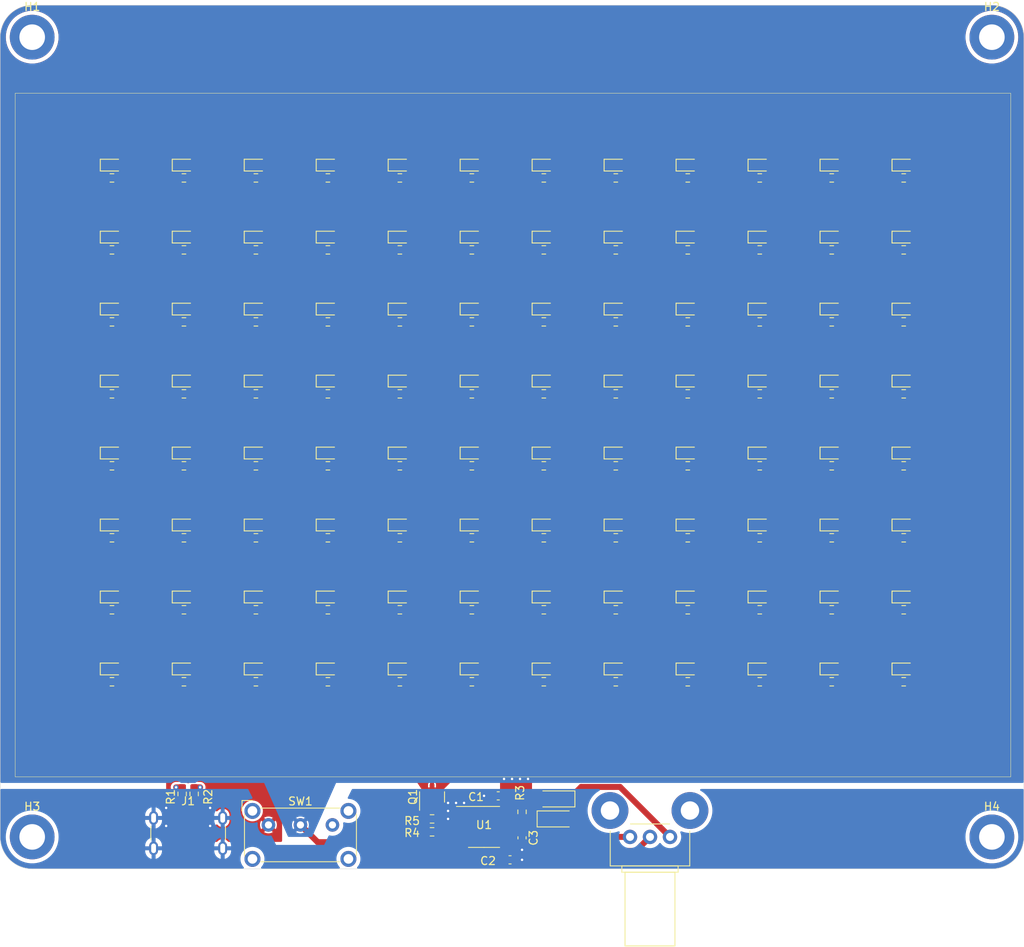
<source format=kicad_pcb>
(kicad_pcb (version 20221018) (generator pcbnew)
  (layers (0 "F.Cu" signal) (31 "B.Cu" signal) (34 "B.Paste" user) (35 "F.Paste" user) (36 "B.SilkS" user "B.Silkscreen") (37 "F.SilkS" user "F.Silkscreen") (38 "B.Mask" user) (39 "F.Mask" user) (44 "Edge.Cuts" user))
  (net 0 "")
  (net 1 "Net-(U1-THR)")
  (net 2 "GND")
  (net 3 "VCC")
  (net 4 "Net-(U1-CV)")
  (net 5 "Net-(D1-K)")
  (net 6 "Net-(D1-A)")
  (net 7 "Net-(D2-A)")
  (net 8 "NMOS_DRAIN")
  (net 9 "Net-(D3-A)")
  (net 10 "Net-(U1-Q)")
  (net 11 "Net-(J1-CC1)")
  (net 12 "Net-(J1-CC2)")
  (net 13 "Net-(Q1-G)")
  (net 14 "Net-(SW1-A)")
  (footprint "Resistor_SMD:R_0603_1608Metric" (layer "F.Cu") (at 117.475 59.6)
    (fp_text reference "R18" hide)
    (fp_text value "91" hide)
  )
  (footprint "LED_SMD:LED_0603_1608Metric" (layer "F.Cu") (at 153.5 76)
    (fp_text reference "D43" hide)
    (fp_text value "LED" hide)
  )
  (footprint "Resistor_SMD:R_0603_1608Metric" (layer "F.Cu") (at 168.75 129.865 -90)
    (fp_text reference "R3")
    (fp_text value "1K" hide)
  )
  (footprint "LED_SMD:LED_0603_1608Metric" (layer "F.Cu") (at 135.5 103)
    (fp_text reference "D77" hide)
    (fp_text value "LED" hide)
  )
  (footprint "LED_SMD:LED_0603_1608Metric" (layer "F.Cu") (at 126.5 103)
    (fp_text reference "D76" hide)
    (fp_text value "LED" hide)
  )
  (footprint "Resistor_SMD:R_0603_1608Metric" (layer "F.Cu") (at 189.475 59.6)
    (fp_text reference "R26" hide)
    (fp_text value "91" hide)
  )
  (footprint "Resistor_SMD:R_0603_1608Metric" (layer "F.Cu") (at 162.475 86.6)
    (fp_text reference "R59" hide)
    (fp_text value "91" hide)
  )
  (footprint "Resistor_SMD:R_0603_1608Metric" (layer "F.Cu") (at 117.475 50.6)
    (fp_text reference "R6" hide)
    (fp_text value "91" hide)
  )
  (footprint "LED_SMD:LED_0603_1608Metric" (layer "F.Cu") (at 207.5 85)
    (fp_text reference "D61" hide)
    (fp_text value "LED" hide)
  )
  (footprint "Resistor_SMD:R_0603_1608Metric" (layer "F.Cu") (at 117.475 113.6)
    (fp_text reference "R90" hide)
    (fp_text value "91" hide)
  )
  (footprint "Resistor_SMD:R_0603_1608Metric" (layer "F.Cu") (at 153.475 95.6)
    (fp_text reference "R70" hide)
    (fp_text value "91" hide)
  )
  (footprint "LED_SMD:LED_0603_1608Metric" (layer "F.Cu") (at 189.5 58)
    (fp_text reference "D23" hide)
    (fp_text value "LED" hide)
  )
  (footprint "Resistor_SMD:R_0603_1608Metric" (layer "F.Cu") (at 198.475 86.6)
    (fp_text reference "R63" hide)
    (fp_text value "91" hide)
  )
  (footprint "Capacitor_SMD:C_0603_1608Metric" (layer "F.Cu") (at 167.25 135.865)
    (fp_text reference "C2")
    (fp_text value "0.01uF" hide)
  )
  (footprint "Resistor_SMD:R_0603_1608Metric" (layer "F.Cu") (at 157.5 130.75)
    (fp_text reference "R5")
    (fp_text value "10K" hide)
  )
  (footprint "Resistor_SMD:R_0603_1608Metric" (layer "F.Cu") (at 162.475 50.6)
    (fp_text reference "R11" hide)
    (fp_text value "91" hide)
  )
  (footprint "LED_SMD:LED_0603_1608Metric" (layer "F.Cu") (at 180.5 94)
    (fp_text reference "D70" hide)
    (fp_text value "LED" hide)
  )
  (footprint "Resistor_SMD:R_0603_1608Metric" (layer "F.Cu") (at 126.475 104.6)
    (fp_text reference "R79" hide)
    (fp_text value "91" hide)
  )
  (footprint "Resistor_SMD:R_0603_1608Metric" (layer "F.Cu") (at 135.475 104.6)
    (fp_text reference "R80" hide)
    (fp_text value "91" hide)
  )
  (footprint "Resistor_SMD:R_0603_1608Metric" (layer "F.Cu") (at 144.475 68.6)
    (fp_text reference "R33" hide)
    (fp_text value "91" hide)
  )
  (footprint "LED_SMD:LED_0603_1608Metric" (layer "F.Cu") (at 135.5 58)
    (fp_text reference "D17" hide)
    (fp_text value "LED" hide)
  )
  (footprint "LED_SMD:LED_0603_1608Metric" (layer "F.Cu") (at 171.5 103)
    (fp_text reference "D81" hide)
    (fp_text value "LED" hide)
  )
  (footprint "LED_SMD:LED_0603_1608Metric" (layer "F.Cu") (at 144.5 49)
    (fp_text reference "D6" hide)
    (fp_text value "LED" hide)
  )
  (footprint "Capacitor_SMD:C_0603_1608Metric" (layer "F.Cu") (at 165.775 127.865 180)
    (fp_text reference "C1")
    (fp_text value "0.1uF" hide)
  )
  (footprint "Diode_SMD:D_SOD-123" (layer "F.Cu") (at 173 130.75)
    (fp_text reference "D2" hide)
    (fp_text value "1N4148W" hide)
  )
  (footprint "LED_SMD:LED_0603_1608Metric" (layer "F.Cu") (at 162.5 94)
    (fp_text reference "D68" hide)
    (fp_text value "LED" hide)
  )
  (footprint "Resistor_SMD:R_0603_1608Metric" (layer "F.Cu") (at 126.475 59.6)
    (fp_text reference "R19" hide)
    (fp_text value "91" hide)
  )
  (footprint "Connector_USB:USB_C_Receptacle_GCT_USB4125-xx-x_6P_TopMnt_Horizontal" (layer "F.Cu") (at 127 133.625)
    (fp_text reference "J1")
    (fp_text value "USB_C_Receptacle_PowerOnly_6P" hide)
  )
  (footprint "LED_SMD:LED_0603_1608Metric" (layer "F.Cu") (at 135.5 85)
    (fp_text reference "D53" hide)
    (fp_text value "LED" hide)
  )
  (footprint "Resistor_SMD:R_0603_1608Metric" (layer "F.Cu") (at 153.475 68.6)
    (fp_text reference "R34" hide)
    (fp_text value "91" hide)
  )
  (footprint "Resistor_SMD:R_0603_1608Metric" (layer "F.Cu") (at 117.475 77.6)
    (fp_text reference "R42" hide)
    (fp_text value "91" hide)
  )
  (footprint "Resistor_SMD:R_0603_1608Metric" (layer "F.Cu") (at 126.25 127.625 90)
    (fp_text reference "R1")
    (fp_text value "5.1K" hide)
  )
  (footprint "Package_TO_SOT_SMD:SOT-23" (layer "F.Cu") (at 157.5 128 90)
    (fp_text reference "Q1")
    (fp_text value "DMG3414U" hide)
  )
  (footprint "Resistor_SMD:R_0603_1608Metric" (layer "F.Cu") (at 135.475 77.6)
    (fp_text reference "R44" hide)
    (fp_text value "91" hide)
  )
  (footprint "LED_SMD:LED_0603_1608Metric" (layer "F.Cu") (at 117.5 67)
    (fp_text reference "D27" hide)
    (fp_text value "LED" hide)
  )
  (footprint "Resistor_SMD:R_0603_1608Metric" (layer "F.Cu") (at 207.475 77.6)
    (fp_text reference "R52" hide)
    (fp_text value "91" hide)
  )
  (footprint "Resistor_SMD:R_0603_1608Metric" (layer "F.Cu") (at 135.475 68.6)
    (fp_text reference "R32" hide)
    (fp_text value "91" hide)
  )
  (footprint "Resistor_SMD:R_0603_1608Metric" (layer "F.Cu") (at 189.475 77.6)
    (fp_text reference "R50" hide)
    (fp_text value "91" hide)
  )
  (footprint "LED_SMD:LED_0603_1608Metric" (layer "F.Cu") (at 126.5 94)
    (fp_text reference "D64" hide)
    (fp_text value "LED" hide)
  )
  (footprint "LED_SMD:LED_0603_1608Metric" (layer "F.Cu") (at 144.5 103)
    (fp_text reference "D78" hide)
    (fp_text value "LED" hide)
  )
  (footprint "LED_SMD:LED_0603_1608Metric" (layer "F.Cu") (at 180.5 67)
    (fp_text reference "D34" hide)
    (fp_text value "LED" hide)
  )
  (footprint "Resistor_SMD:R_0603_1608Metric" (layer "F.Cu") (at 162.475 77.6)
    (fp_text reference "R47" hide)
    (fp_text value "91" hide)
  )
  (footprint "LED_SMD:LED_0603_1608Metric" (layer "F.Cu") (at 171.5 49)
    (fp_text reference "D9" hide)
    (fp_text value "LED" hide)
  )
  (footprint "Resistor_SMD:R_0603_1608Metric" (layer "F.Cu") (at 117.475 68.6)
    (fp_text reference "R30" hide)
    (fp_text value "91" hide)
  )
  (footprint "LED_SMD:LED_0603_1608Metric" (layer "F.Cu") (at 117.5 103)
    (fp_text reference "D75" hide)
    (fp_text value "LED" hide)
  )
  (footprint "LED_SMD:LED_0603_1608Metric" (layer "F.Cu") (at 171.5 94)
    (fp_text reference "D69" hide)
    (fp_text value "LED" hide)
  )
  (footprint "MountingHole:MountingHole_3.2mm_M3_DIN965_Pad" (layer "F.Cu") (at 107.5 33)
    (fp_text reference "H1")
    (fp_text value "MountingHole" hide)
  )
  (footprint "Resistor_SMD:R_0603_1608Metric" (layer "F.Cu") (at 207.475 68.6)
    (fp_text reference "R40" hide)
    (fp_text value "91" hide)
  )
  (footprint "Resistor_SMD:R_0603_1608Metric" (layer "F.Cu") (at 153.475 113.6)
    (fp_text reference "R94" hide)
    (fp_text value "91" hide)
  )
  (footprint "Resistor_SMD:R_0603_1608Metric" (layer "F.Cu") (at 180.475 113.6)
    (fp_text reference "R97" hide)
    (fp_text value "91" hide)
  )
  (footprint "Resistor_SMD:R_0603_1608Metric" (layer "F.Cu") (at 189.475 68.6)
    (fp_text reference "R38" hide)
    (fp_text value "91" hide)
  )
  (footprint "LED_SMD:LED_0603_1608Metric" (layer "F.Cu") (at 153.5 94)
    (fp_text reference "D67" hide)
    (fp_text value "LED" hide)
  )
  (footprint "Resistor_SMD:R_0603_1608Metric" (layer "F.Cu") (at 207.475 50.6)
    (fp_text reference "R16" hide)
    (fp_text value "91" hide)
  )
  (footprint "Resistor_SMD:R_0603_1608Metric" (layer "F.Cu") (at 216.475 104.6)
    (fp_text reference "R89" hide)
    (fp_text value "91" hide)
  )
  (footprint "LED_SMD:LED_0603_1608Metric" (layer "F.Cu") (at 153.5 67)
    (fp_text reference "D31" hide)
    (fp_text value "LED" hide)
  )
  (footprint "LED_SMD:LED_0603_1608Metric" (layer "F.Cu") (at 126.5 67)
    (fp_text reference "D28" hide)
    (fp_text value "LED" hide)
  )
  (footprint "Resistor_SMD:R_0603_1608Metric" (layer "F.Cu") (at 180.475 86.6)
    (fp_text reference "R61" hide)
    (fp_text value "91" hide)
  )
  (footprint "Resistor_SMD:R_0603_1608Metric" (layer "F.Cu") (at 117.475 95.6)
    (fp_text reference "R66" hide)
    (fp_text value "91" hide)
  )
  (footprint "Button_Switch_THT:SW_E-Switch_EG1224_SPDT_Angled" (layer "F.Cu") (at 137.0425 131.5)
    (fp_text reference "SW1")
    (fp_text value "SW_SPDT" hide)
  )
  (footprint "LED_SMD:LED_0603_1608Metric" (layer "F.Cu") (at 180.5 103)
    (fp_text reference "D82" hide)
    (fp_text value "LED" hide)
  )
  (footprint "LED_SMD:LED_0603_1608Metric" (layer "F.Cu") (at 144.5 85)
    (fp_text reference "D54" hide)
    (fp_text value "LED" hide)
  )
  (footprint "LED_SMD:LED_0603_1608Metric" (layer "F.Cu") (at 162.5 76)
    (fp_text reference "D44" hide)
    (fp_text value "LED" hide)
  )
  (footprint "MountingHole:MountingHole_3.2mm_M3_DIN965_Pad" (layer "F.Cu") (at 227.5 33)
    (fp_text reference "H2")
    (fp_text value "MountingHole" hide)
  )
  (footprint "LED_SMD:LED_0603_1608Metric" (layer "F.Cu") (at 144.5 94)
    (fp_text reference "D66" hide)
    (fp_text value "LED" hide)
  )
  (footprint "Resistor_SMD:R_0603_1608Metric" (layer "F.Cu") (at 157.5 132.365 180)
    (fp_text reference "R4")
    (fp_text value "1K" hide)
  )
  (footprint "Resistor_SMD:R_0603_1608Metric" (layer "F.Cu") (at 144.475 104.6)
    (fp_text reference "R81" hide)
    (fp_text value "91" hide)
  )
  (footprint "Resistor_SMD:R_0603_1608Metric" (layer "F.Cu") (at 189.475 50.6)
    (fp_text reference "R14" hide)
    (fp_text value "91" hide)
  )
  (footprint "LED_SMD:LED_0603_1608Metric" (layer "F.Cu") (at 126.5 49)
    (fp_text reference "D4" hide)
    (fp_text value "LED" hide)
  )
  (footprint "Resistor_SMD:R_0603_1608Metric" (layer "F.Cu") (at 144.475 113.6)
    (fp_text reference "R93" hide)
    (fp_text value "91" hide)
  )
  (footprint "Resistor_SMD:R_0603_1608Metric" (layer "F.Cu") (at 117.475 104.6)
    (fp_text reference "R78" hide)
    (fp_text value "91" hide)
  )
  (footprint "LED_SMD:LED_0603_1608Metric" (layer "F.Cu") (at 216.5 112)
    (fp_text reference "D98" hide)
    (fp_text value "LED" hide)
  )
  (footprint "LED_SMD:LED_0603_1608Metric" (layer "F.Cu") (at 198.5 58)
    (fp_text reference "D24" hide)
    (fp_text value "LED" hide)
  )
  (footprint "Diode_SMD:D_SOD-123" (layer "F.Cu") (at 173 128.25 180)
    (fp_text reference "D1" hide)
    (fp_text value "1N4148W" hide)
  )
  (footprint "Resistor_SMD:R_0603_1608Metric" (layer "F.Cu") (at 207.475 113.6)
    (fp_text reference "R100" hide)
    (fp_text value "91" hide)
  )
  (footprint "LED_SMD:LED_0603_1608Metric" (layer "F.Cu") (at 207.5 103)
    (fp_text reference "D85" hide)
    (fp_text value "LED" hide)
  )
  (footprint "LED_SMD:LED_0603_1608Metric" (layer "F.Cu") (at 162.5 58)
    (fp_text reference "D20" hide)
    (fp_text value "LED" hide)
  )
  (footprint "LED_SMD:LED_0603_1608Metric" (layer "F.Cu") (at 180.5 58)
    (fp_text reference "D22" hide)
    (fp_text value "LED" hide)
  )
  (footprint "Resistor_SMD:R_0603_1608Metric" (layer "F.Cu") (at 162.475 113.6)
    (fp_text reference "R95" hide)
    (fp_text value "91" hide)
  )
  (footprint "LED_SMD:LED_0603_1608Metric" (layer "F.Cu") (at 189.5 76)
    (fp_text reference "D47" hide)
    (fp_text value "LED" hide)
  )
  (footprint "Resistor_SMD:R_0603_1608Metric" (layer "F.Cu") (at 198.475 59.6)
    (fp_text reference "R27" hide)
    (fp_text value "91" hide)
  )
  (footprint "Resistor_SMD:R_0603_1608Metric" (layer "F.Cu") (at 126.475 95.6)
    (fp_text reference "R67" hide)
    (fp_text value "91" hide)
  )
  (footprint "LED_SMD:LED_0603_1608Metric" (layer "F.Cu") (at 216.5 85)
    (fp_text reference "D62" hide)
    (fp_text value "LED" hide)
  )
  (footprint "LED_SMD:LED_0603_1608Metric" (layer "F.Cu") (at 153.5 103)
    (fp_text reference "D79" hide)
    (fp_text value "LED" hide)
  )
  (footprint "Resistor_SMD:R_0603_1608Metric" (layer "F.Cu") (at 162.475 95.6)
    (fp_text reference "R71" hide)
    (fp_text value "91" hide)
  )
  (footprint "Resistor_SMD:R_0603_1608Metric" (layer "F.Cu") (at 171.475 86.6)
    (fp_text reference "R60" hide)
    (fp_text value "91" hide)
  )
  (footprint "Resistor_SMD:R_0603_1608Metric" (layer "F.Cu") (at 216.475 95.6)
    (fp_text reference "R77" hide)
    (fp_text value "91" hide)
  )
  (footprint "LED_SMD:LED_0603_1608Metric" (layer "F.Cu") (at 207.5 76)
    (fp_text reference "D49" hide)
    (fp_text value "LED" hide)
  )
  (footprint "LED_SMD:LED_0603_1608Metric" (layer "F.Cu") (at 117.5 49)
    (fp_text reference "D3" hide)
    (fp_text value "LED" hide)
  )
  (footprint "Potentiometer_THT:Potentiometer_Bourns_PTV09A-2_Single_Horizontal" (layer "F.Cu") (at 182.25 133 -90)
    (fp_text reference "RV1" hide)
    (fp_text value "50K" hide)
  )
  (footprint "Resistor_SMD:R_0603_1608Metric" (layer "F.Cu") (at 216.475 59.6)
    (fp_text reference "R29" hide)
    (fp_text value "91" hide)
  )
  (footprint "LED_SMD:LED_0603_1608Metric" (layer "F.Cu") (at 144.5 112)
    (fp_text reference "D90" hide)
    (fp_text value "LED" hide)
  )
  (footprint "Resistor_SMD:R_0603_1608Metric" (layer "F.Cu") (at 153.475 86.6)
    (fp_text reference "R58" hide)
    (fp_text value "91" hide)
  )
  (footprint "LED_SMD:LED_0603_1608Metric" (layer "F.Cu") (at 171.5 85)
    (fp_text reference "D57" hide)
    (fp_text value "LED" hide)
  )
  (footprint "Resistor_SMD:R_0603_1608Metric" (layer "F.Cu") (at 171.475 50.6)
    (fp_text reference "R12" hide)
    (fp_text value "91" hide)
  )
  (footprint "Resistor_SMD:R_0603_1608Metric" (layer "F.Cu") (at 153.475 77.6)
    (fp_text reference "R46" hide)
    (fp_text value "91" hide)
  )
  (footprint "Resistor_SMD:R_0603_1608Metric" (layer "F.Cu") (at 127.75 127.625 90)
    (fp_text reference "R2")
    (fp_text value "5.1K" hide)
  )
  (footprint "Resistor_SMD:R_0603_1608Metric" (layer "F.Cu") (at 126.475 86.6)
    (fp_text reference "R55" hide)
    (fp_text value "91" hide)
  )
  (footprint "Resistor_SMD:R_0603_1608Metric" (layer "F.Cu") (at 216.475 86.6)
    (fp_text reference "R65" hide)
    (fp_text value "91" hide)
  )
  (footprint "LED_SMD:LED_0603_1608Metric" (layer "F.Cu") (at 198.5 94)
    (fp_text reference "D72" hide)
    (fp_text value "LED" hide)
  )
  (footprint "LED_SMD:LED_0603_1608Metric" (layer "F.Cu") (at 180.5 85)
    (fp_text reference "D58" hide)
    (fp_text value "LED" hide)
  )
  (footprint "LED_SMD:LED_0603_1608Metric" (layer "F.Cu") (at 162.5 103)
    (fp_text reference "D80" hide)
    (fp_text value "LED" hide)
  )
  (footprint "Resistor_SMD:R_0603_1608Metric" (layer "F.Cu") (at 171.475 95.6)
    (fp_text reference "R72" hide)
    (fp_text value "91" hide)
  )
  (footprint "LED_SMD:LED_0603_1608Metric" (layer "F.Cu") (at 216.5 58)
    (fp_text reference "D26" hide)
    (fp_text value "LED" hide)
  )
  (footprint "Resistor_SMD:R_0603_1608Metric" (layer "F.Cu") (at 216.475 77.6)
    (fp_text reference "R53" hide)
    (fp_text value "91" hide)
  )
  (footprint "LED_SMD:LED_0603_1608Metric" (layer "F.Cu") (at 135.5 112)
    (fp_text reference "D89" hide)
    (fp_text value "LED" hide)
  )
  (footprint "Resistor_SMD:R_0603_1608Metric" (layer "F.Cu") (at 198.475 77.6)
    (fp_text reference "R51" hide)
    (fp_text value "91" hide)
  )
  (footprint "LED_SMD:LED_0603_1608Metric" (layer "F.Cu") (at 126.5 85)
    (fp_text reference "D52" hide)
    (fp_text value "LED" hide)
  )
  (footprint "Resistor_SMD:R_0603_1608Metric" (layer "F.Cu") (at 180.475 104.6)
    (fp_text reference "R85" hide)
    (fp_text value "91" hide)
  )
  (footprint "Resistor_SMD:R_0603_1608Metric" (layer "F.Cu") (at 126.475 77.6)
    (fp_text reference "R43" hide)
    (fp_text value "91" hide)
  )
  (footprint "Resistor_SMD:R_0603_1608Metric" (layer "F.Cu") (at 189.475 86.6)
    (fp_text reference "R62" hide)
    (fp_text value "91" hide)
  )
  (footprint "LED_SMD:LED_0603_1608Metric" (layer "F.Cu") (at 144.5 67)
    (fp_text reference "D30" hide)
    (fp_text value "LED" hide)
  )
  (footprint "Resistor_SMD:R_0603_1608Metric" (layer "F.Cu") (at 171.475 77.6)
    (fp_text reference "R48" hide)
    (fp_text value "91" hide)
  )
  (footprint "Resistor_SMD:R_0603_1608Metric" (layer "F.Cu") (at 171.475 104.6)
    (fp_text reference "R84" hide)
    (fp_text value "91" hide)
  )
  (footprint "Resistor_SMD:R_0603_1608Metric" (layer "F.Cu") (at 144.475 50.6)
    (fp_text reference "R9" hide)
    (fp_text value "91" hide)
  )
  (footprint "LED_SMD:LED_0603_1608Metric" (layer "F.Cu") (at 207.5 94)
    (fp_text reference "D73" hide)
    (fp_text value "LED" hide)
  )
  (footprint "Resistor_SMD:R_0603_1608Metric" (layer "F.Cu") (at 135.475 50.6)
    (fp_text reference "R8" hide)
    (fp_text value "91" hide)
  )
  (footprint "LED_SMD:LED_0603_1608Metric" (layer "F.Cu") (at 162.5 67)
    (fp_text reference "D32" hide)
    (fp_text value "LED" hide)
  )
  (footprint "Resistor_SMD:R_0603_1608Metric" (layer "F.Cu") (at 207.475 86.6)
    (fp_text reference "R64" hide)
    (fp_text value "91" hide)
  )
  (footprint "LED_SMD:LED_0603_1608Metric" (layer "F.Cu") (at 189.5 112)
    (fp_text reference "D95" hide)
    (fp_text value "LED" hide)
  )
  (footprint "LED_SMD:LED_0603_1608Metric" (layer "F.Cu") (at 153.5 58)
    (fp_text reference "D19" hide)
    (fp_text value "LED" hide)
  )
  (footprint "LED_SMD:LED_0603_1608Metric" (layer "F.Cu") (at 153.5 85)
    (fp_text reference "D55" hide)
    (fp_text value "LED" hide)
  )
  (footprint "LED_SMD:LED_0603_1608Metric" (layer "F.Cu") (at 162.5 49)
    (fp_text reference "D8" hide)
    (fp_text value "LED" hide)
  )
  (footprint "Resistor_SMD:R_0603_1608Metric" (layer "F.Cu") (at 180.475 50.6)
    (fp_text reference "R13" hide)
    (fp_text value "91" hide)
  )
  (footprint "MountingHole:MountingHole_3.2mm_M3_DIN965_Pad" (layer "F.Cu") (at 227.5 133)
    (fp_text reference "H4")
    (fp_text value "MountingHole" hide)
  )
  (footprint "LED_SMD:LED_0603_1608Metric" (layer "F.Cu") (at 189.5 103)
    (fp_text reference "D83" hide)
    (fp_text value "LED" hide)
  )
  (footprint "Resistor_SMD:R_0603_1608Metric" (layer "F.Cu") (at 189.475 95.6)
    (fp_text reference "R74" hide)
    (fp_text value "91" hide)
  )
  (footprint "Resistor_SMD:R_0603_1608Metric" (layer "F.Cu") (at 162.475 68.6)
    (fp_text reference "R35" hide)
    (fp_text value "91" hide)
  )
  (footprint "LED_SMD:LED_0603_1608Metric" (layer "F.Cu") (at 189.5 49)
    (fp_text reference "D11" hide)
    (fp_text value "LED" hide)
  )
  (footprint "Resistor_SMD:R_0603_1608Metric" (layer "F.Cu") (at 198.475 113.6)
    (fp_text reference "R99" hide)
    (fp_text value "91" hide)
  )
  (footprint "LED_SMD:LED_0603_1608Metric" (layer "F.Cu") (at 117.5 58)
    (fp_text reference "D15" hide)
    (fp_text value "LED" hide)
  )
  (footprint "LED_SMD:LED_0603_1608Metric" (layer "F.Cu") (at 135.5 67)
    (fp_text reference "D29" hide)
    (fp_text value "LED" hide)
  )
  (footprint "LED_SMD:LED_0603_1608Metric" (layer "F.Cu") (at 216.5 94)
    (fp_text reference "D74" hide)
    (fp_text value "LED" hide)
  )
  (footprint "LED_SMD:LED_0603_1608Metric" (layer "F.Cu") (at 117.5 85)
    (fp_text reference "D51" hide)
    (fp_text value "LED" hide)
  )
  (footprint "LED_SMD:LED_0603_1608Metric" (layer "F.Cu") (at 216.5 67)
    (fp_text reference "D38" hide)
    (fp_text value "LED" hide)
  )
  (footprint "Resistor_SMD:R_0603_1608Metric" (layer "F.Cu") (at 153.475 59.6)
    (fp_text reference "R22" hide)
    (fp_text value "91" hide)
  )
  (footprint "Resistor_SMD:R_0603_1608Metric" (layer "F.Cu") (at 144.475 95.6)
    (fp_text reference "R69" hide)
    (fp_text value "91" hide)
  )
  (footprint "LED_SMD:LED_0603_1608Metric" (layer "F.Cu") (at 171.5 76)
    (fp_text reference "D45" hide)
    (fp_text value "LED" hide)
  )
  (footprint "LED_SMD:LED_0603_1608Metric" (layer "F.Cu") (at 189.5 67)
    (fp_text reference "D35" hide)
    (fp_text value "LED" hide)
  )
  (footprint "LED_SMD:LED_0603_1608Metric" (layer "F.Cu") (at 198.5 49)
    (fp_text reference "D12" hide)
    (fp_text value "LED" hide)
  )
  (footprint "Resistor_SMD:R_0603_1608Metric" (layer "F.Cu") (at 153.475 50.6)
    (fp_text reference "R10" hide)
    (fp_text value "91" hide)
  )
  (footprint "LED_SMD:LED_0603_1608Metric" (layer "F.Cu") (at 126.5 76)
    (fp_text reference "D40" hide)
    (fp_text value "LED" hide)
  )
  (footprint "Resistor_SMD:R_0603_1608Metric" (layer "F.Cu") (at 144.475 59.6)
    (fp_text reference "R21" hide)
    (fp_text value "91" hide)
  )
  (footprint "LED_SMD:LED_0603_1608Metric" (layer "F.Cu") (at 180.5 49)
    (fp_text reference "D10" hide)
    (fp_text value "LED" hide)
  )
  (footprint "Resistor_SMD:R_0603_1608Metric" (layer "F.Cu") (at 216.475 113.6)
    (fp_text reference "R101" hide)
    (fp_text value "91" hide)
  )
  (footprint "LED_SMD:LED_0603_1608Metric" (layer "F.Cu") (at 207.5 49)
    (fp_text reference "D13" hide)
    (fp_text value "LED" hide)
  )
  (footprint "Resistor_SMD:R_0603_1608Metric" (layer "F.Cu") (at 171.475 68.6)
    (fp_text reference "R36" hide)
    (fp_text value "91" hide)
  )
  (footprint "Resistor_SMD:R_0603_1608Metric" (layer "F.Cu") (at 198.475 95.6)
    (fp_text reference "R75" hide)
    (fp_text value "91" hide)
  )
  (footprint "LED_SMD:LED_0603_1608Metric" (layer "F.Cu") (at 153.5 49)
    (fp_text reference "D7" hide)
    (fp_text value "LED" hide)
  )
  (footprint "LED_SMD:LED_0603_1608Metric" (layer "F.Cu") (at 162.5 112)
    (fp_text reference "D92" hide)
    (fp_text value "LED" hide)
  )
  (footprint "Resistor_SMD:R_0603_1608Metric" (layer "F.Cu") (at 180.475 68.6)
    (fp_text reference "R37" hide)
    (fp_text value "91" hide)
  )
  (footprint "LED_SMD:LED_0603_1608Metric" (layer "F.Cu") (at 153.5 112)
    (fp_text reference "D91" hide)
    (fp_text value "LED" hide)
  )
  (footprint "Resistor_SMD:R_0603_1608Metric" (layer "F.Cu") (at 126.475 68.6)
    (fp_text reference "R31" hide)
    (fp_text value "91" hide)
  )
  (footprint "Resistor_SMD:R_0603_1608Metric" (layer "F.Cu") (at 144.475 86.6)
    (fp_text reference "R57" hide)
    (fp_text value "91" hide)
  )
  (footprint "LED_SMD:LED_0603_1608Metric" (layer "F.Cu") (at 216.5 103)
    (fp_text reference "D86" hide)
    (fp_text value "LED" hide)
  )
  (footprint "LED_SMD:LED_0603_1608Metric" (layer "F.Cu") (at 198.5 76)
    (fp_text reference "D48" hide)
    (fp_text value "LED" hide)
  )
  (footprint "Resistor_SMD:R_0603_1608Metric" (layer "F.Cu") (at 144.475 77.6)
    (fp_text reference "R45" hide)
    (fp_text value "91" hide)
  )
  (footprint "LED_SMD:LED_0603_1608Metric" (layer "F.Cu") (at 180.5 112)
    (fp_text reference "D94" hide)
    (fp_text value "LED" hide)
  )
  (footprint "LED_SMD:LED_0603_1608Metric" (layer "F.Cu") (at 171.5 58)
    (fp_text reference "D21" hide)
    (fp_text value "LED" hide)
  )
  (footprint "Package_SO:SOIC-8_3.9x4.9mm_P1.27mm" (layer "F.Cu") (at 164 131.75)
    (fp_text reference "U1")
    (fp_text value "TLC555xD" hide)
  )
  (footprint "LED_SMD:LED_0603_1608Metric" (layer "F.Cu") (at 135.5 76)
    (fp_text reference "D41" hide)
    (fp_text value "LED" hide)
  )
  (footprint "LED_SMD:LED_0603_1608Metric" (layer "F.Cu") (at 171.5 67)
    (fp_text reference "D33" hide)
    (fp_text value "LED" hide)
  )
  (footprint "Resistor_SMD:R_0603_1608Metric" (layer "F.Cu") (at 216.475 50.6)
    (fp_text reference "R17" hide)
    (fp_text value "91" hide)
  )
  (footprint "Resistor_SMD:R_0603_1608Metric" (layer "F.Cu") (at 207.475 104.6)
    (fp_text reference "R88" hide)
    (fp_text value "91" hide)
  )
  (footprint "LED_SMD:LED_0603_1608Metric" (layer "F.Cu") (at 180.5 76)
    (fp_text reference "D46" hide)
    (fp_text value "LED" hide)
  )
  (footprint "Resistor_SMD:R_0603_1608Metric" (layer "F.Cu") (at 135.475 113.6)
    (fp_text reference "R92" hide)
    (fp_text value "91" hide)
  )
  (footprint "Capacitor_SMD:C_0603_1608Metric" (layer "F.Cu") (at 168.75 133.115 -90)
    (fp_text reference "C3")
    (fp_text value "0.1uF" hide)
  )
  (footprint "LED_SMD:LED_0603_1608Metric" (layer "F.Cu") (at 162.5 85)
    (fp_text reference "D56" hide)
    (fp_text value "LED" hide)
  )
  (footprint "Resistor_SMD:R_0603_1608Metric" (layer "F.Cu") (at 216.475 68.6)
    (fp_text reference "R41" hide)
    (fp_text value "91" hide)
  )
  (footprint "Resistor_SMD:R_0603_1608Metric" (layer "F.Cu") (at 171.475 113.6)
    (fp_text reference "R96" hide)
    (fp_text value "91" hide)
  )
  (footprint "Resistor_SMD:R_0603_1608Metric" (layer "F.Cu") (at 162.475 104.6)
    (fp_text reference "R83" hide)
    (fp_text value "91" hide)
  )
  (footprint "LED_SMD:LED_0603_1608Metric" (layer "F.Cu") (at 198.5 85)
    (fp_text reference "D60" hide)
    (fp_text value "LED" hide)
  )
  (footprint "LED_SMD:LED_0603_1608Metric" (layer "F.Cu") (at 198.5 67)
    (fp_text reference "D36" hide)
    (fp_text value "LED" hide)
  )
  (footprint "Resistor_SMD:R_0603_1608Metric" (layer "F.Cu") (at 198.475 68.6)
    (fp_text reference "R39" hide)
    (fp_text value "91" hide)
  )
  (footprint "LED_SMD:LED_0603_1608Metric" (layer "F.Cu") (at 189.5 85)
    (fp_text reference "D59" hide)
    (fp_text value "LED" hide)
  )
  (footprint "Resistor_SMD:R_0603_1608Metric" (layer "F.Cu") (at 180.475 95.6)
    (fp_text reference "R73" hide)
    (fp_text value "91" hide)
  )
  (footprint "MountingHole:MountingHole_3.2mm_M3_DIN965_Pad" (layer "F.Cu") (at 107.5 133)
    (fp_text reference "H3")
    (fp_text value "MountingHole" hide)
  )
  (footprint "Resistor_SMD:R_0603_1608Metric" (layer "F.Cu") (at 180.475 59.6)
    (fp_text reference "R25" hide)
    (fp_text value "91" hide)
  )
  (footprint "LED_SMD:LED_0603_1608Metric" (layer "F.Cu") (at 135.5 49)
    (fp_text reference "D5" hide)
    (fp_text value "LED" hide)
  )
  (footprint "LED_SMD:LED_0603_1608Metric" (layer "F.Cu") (at 207.5 67)
    (fp_text reference "D37" hide)
    (fp_text value "LED" hide)
  )
  (footprint "Resistor_SMD:R_0603_1608Metric" (layer "F.Cu") (at 207.475 95.6)
    (fp_text reference "R76" hide)
    (fp_text value "91" hide)
  )
  (footprint "Resistor_SMD:R_0603_1608Metric" (layer "F.Cu") (at 126.475 113.6)
    (fp_text reference "R91" hide)
    (fp_text value "91" hide)
  )
  (footprint "LED_SMD:LED_0603_1608Metric" (layer "F.Cu") (at 144.5 76)
    (fp_text reference "D42" hide)
    (fp_text value "LED" hide)
  )
  (footprint "LED_SMD:LED_0603_1608Metric" (layer "F.Cu") (at 117.5 94)
    (fp_text reference "D63" hide)
    (fp_text value "LED" hide)
  )
  (footprint "LED_SMD:LED_0603_1608Metric" (layer "F.Cu") (at 135.5 94)
    (fp_text reference "D65" hide)
    (fp_text value "LED" hide)
  )
  (footprint "LED_SMD:LED_0603_1608Metric" (layer "F.Cu") (at 207.5 58)
    (fp_text reference "D25" hide)
    (fp_text value "LED" hide)
  )
  (footprint "Resistor_SMD:R_0603_1608Metric" (layer "F.Cu") (at 153.475 104.6)
    (fp_text reference "R82" hide)
    (fp_text value "91" hide)
  )
  (footprint "Resistor_SMD:R_0603_1608Metric" (layer "F.Cu") (at 117.475 86.6)
    (fp_text reference "R54" hide)
    (fp_text value "91" hide)
  )
  (footprint "LED_SMD:LED_0603_1608Metric" (layer "F.Cu") (at 207.5 112)
    (fp_text reference "D97" hide)
    (fp_text value "LED" hide)
  )
  (footprint "Resistor_SMD:R_0603_1608Metric" (layer "F.Cu") (at 135.475 86.6)
    (fp_text reference "R56" hide)
    (fp_text value "91" hide)
  )
  (footprint "LED_SMD:LED_0603_1608Metric" (layer "F.Cu") (at 126.5 58)
    (fp_text reference "D16" hide)
    (fp_text value "LED" hide)
  )
  (footprint "LED_SMD:LED_0603_1608Metric" (layer "F.Cu") (at 216.5 76)
    (fp_text reference "D50" hide)
    (fp_text value "LED" hide)
  )
  (footprint "Resistor_SMD:R_0603_1608Metric" (layer "F.Cu") (at 198.475 50.6)
    (fp_text reference "R15" hide)
    (fp_text value "91" hide)
  )
  (footprint "LED_SMD:LED_0603_1608Metric" (layer "F.Cu") (at 126.5 112)
    (fp_text reference "D88" hide)
    (fp_text value "LED" hide)
  )
  (footprint "Resistor_SMD:R_0603_1608Metric" (layer "F.Cu") (at 162.475 59.6)
    (fp_text reference "R23" hide)
    (fp_text value "91" hide)
  )
  (footprint "Resistor_SMD:R_0603_1608Metric" (layer "F.Cu") (at 198.475 104.6)
    (fp_text reference "R87" hide)
    (fp_text value "91" hide)
  )
  (footprint "Resistor_SMD:R_0603_1608Metric" (layer "F.Cu") (at 171.475 59.6)
    (fp_text reference "R24" hide)
    (fp_text value "91" hide)
  )
  (footprint "Resistor_SMD:R_0603_1608Metric" (layer "F.Cu") (at 180.475 77.6)
    (fp_text reference "R49" hide)
    (fp_text value "91" hide)
  )
  (footprint "LED_SMD:LED_0603_1608Metric" (layer "F.Cu") (at 117.5 112)
    (fp_text reference "D87" hide)
    (fp_text value "LED" hide)
  )
  (footprint "Resistor_SMD:R_0603_1608Metric" (layer "F.Cu") (at 126.475 50.6)
    (fp_text reference "R7" hide)
    (fp_text value "91" hide)
  )
  (footprint "Resistor_SMD:R_0603_1608Metric" (layer "F.Cu") (at 189.475 113.6)
    (fp_text reference "R98" hide)
    (fp_text value "91" hide)
  )
  (footprint "LED_SMD:LED_0603_1608Metric" (layer "F.Cu") (at 117.5 76)
    (fp_text reference "D39" hide)
    (fp_text value "LED" hide)
  )
  (footprint "Resistor_SMD:R_0603_1608Metric" (layer "F.Cu") (at 135.475 95.6)
    (fp_text reference "R68" hide)
    (fp_text value "91" hide)
  )
  (footprint "LED_SMD:LED_0603_1608Metric" (layer "F.Cu") (at 171.5 112)
    (fp_text reference "D93" hide)
    (fp_text value "LED" hide)
  )
  (footprint "LED_SMD:LED_0603_1608Metric" (layer "F.Cu") (at 189.5 94)
    (fp_text reference "D71" hide)
    (fp_text value "LED" hide)
  )
  (footprint "LED_SMD:LED_0603_1608Metric" (layer "F.Cu") (at 198.5 103)
    (fp_text reference "D84" hide)
    (fp_text value "LED" hide)
  )
  (footprint "Resistor_SMD:R_0603_1608Metric" (layer "F.Cu") (at 207.475 59.6)
    (fp_text reference "R28" hide)
    (fp_text value "91" hide)
  )
  (footprint "LED_SMD:LED_0603_1608Metric" (layer "F.Cu") (at 216.5 49)
    (fp_text reference "D14" hide)
    (fp_text value "LED" hide)
  )
  (footprint "Resistor_SMD:R_0603_1608Metric" (layer "F.Cu") (at 189.475 104.6)
    (fp_text reference "R86" hide)
    (fp_text value "91" hide)
  )
  (footprint "LED_SMD:LED_0603_1608Metric" (layer "F.Cu") (at 198.5 112)
    (fp_text reference "D96" hide)
    (fp_text value "LED" hide)
  )
  (footprint "LED_SMD:LED_0603_1608Metric" (layer "F.Cu") (at 144.5 58)
    (fp_text reference "D18" hide)
    (fp_text value "LED" hide)
  )
  (footprint "Resistor_SMD:R_0603_1608Metric" (layer "F.Cu") (at 135.475 59.6)
    (fp_text reference "R20" hide)
    (fp_text value "91" hide)
  )
  (gr_rect (start 105.37 40.01) (end 229.86 125.49) (stroke (width 0.05)) (fill none) (layer "F.SilkS"))
  (gr_line (start 107.5 137) (end 227.5 137) (stroke (width 0.05)) (layer "Edge.Cuts"))
  (gr_arc (start 103.5 33) (mid 104.671573 30.171573) (end 107.5 29) (stroke (width 0.05)) (layer "Edge.Cuts"))
  (gr_arc (start 227.5 29) (mid 230.328427 30.171573) (end 231.5 33) (stroke (width 0.05)) (layer "Edge.Cuts"))
  (gr_line (start 103.5 33) (end 103.5 133) (stroke (width 0.05)) (layer "Edge.Cuts"))
  (gr_arc (start 107.5 137) (mid 104.671573 135.828427) (end 103.5 133) (stroke (width 0.05)) (layer "Edge.Cuts"))
  (gr_line (start 107.5 29) (end 227.5 29) (stroke (width 0.05)) (layer "Edge.Cuts"))
  (gr_arc (start 231.5 133) (mid 230.328427 135.828427) (end 227.5 137) (stroke (width 0.05)) (layer "Edge.Cuts"))
  (gr_line (start 231.5 33) (end 231.5 133) (stroke (width 0.05)) (layer "Edge.Cuts"))
  (segment (start 172.5 134.75) (end 183 134.75) (width 0.75) (layer "F.Cu") (net 1))
  (segment (start 168.75 132.34) (end 170.09 132.34) (width 0.75) (layer "F.Cu") (net 1))
  (segment (start 163.462146 131.115) (end 161.525 131.115) (width 0.75) (layer "F.Cu") (net 1))
  (segment (start 183 134.75) (end 184.75 133) (width 0.75) (layer "F.Cu") (net 1))
  (segment (start 164.732146 132.385) (end 163.462146 131.115) (width 0.75) (layer "F.Cu") (net 1))
  (segment (start 166.475 132.385) (end 164.732146 132.385) (width 0.75) (layer "F.Cu") (net 1))
  (segment (start 166.52 132.34) (end 168.75 132.34) (width 0.75) (layer "F.Cu") (net 1))
  (segment (start 166.475 132.385) (end 166.52 132.34) (width 0.75) (layer "F.Cu") (net 1))
  (segment (start 170.09 132.34) (end 172.5 134.75) (width 0.75) (layer "F.Cu") (net 1))
  (segment (start 125.5 126.8) (end 126.25 126.8) (width 0.75) (layer "F.Cu") (net 2))
  (segment (start 129.75 130.545) (end 129.75 131.625) (width 0.75) (layer "F.Cu") (net 2))
  (segment (start 168.75 133.89) (end 168.75 134.615) (width 0.75) (layer "F.Cu") (net 2))
  (segment (start 168.025 135.865) (end 168.75 135.865) (width 0.75) (layer "F.Cu") (net 2))
  (segment (start 124.25 130.545) (end 124.25 131.625) (width 0.75) (layer "F.Cu") (net 2))
  (segment (start 124.25 130.545) (end 124.25 129.375) (width 0.75) (layer "F.Cu") (net 2))
  (segment (start 165 127.865) (end 164 127.865) (width 0.75) (layer "F.Cu") (net 2))
  (segment (start 129.75 130.545) (end 129.75 129.375) (width 0.75) (layer "F.Cu") (net 2))
  (segment (start 128.5 126.8) (end 127.75 126.8) (width 0.75) (layer "F.Cu") (net 2))
  (via (at 159.5 129.75) (size 0.6) (drill 0.3) (layers "F.Cu" "B.Cu") (net 2))
  (via (at 160.5 128.75) (size 0.6) (drill 0.3) (layers "F.Cu" "B.Cu") (net 2))
  (via (at 129.75 131.625) (size 0.6) (drill 0.3) (layers "F.Cu" "B.Cu") (net 2))
  (via (at 159.5 128.75) (size 0.6) (drill 0.3) (layers "F.Cu" "B.Cu") (net 2))
  (via (at 164 127.865) (size 0.6) (drill 0.3) (layers "F.Cu" "B.Cu") (net 2))
  (via (at 161.5 128.75) (size 0.6) (drill 0.3) (layers "F.Cu" "B.Cu") (net 2))
  (via (at 168.75 134.615) (size 0.6) (drill 0.3) (layers "F.Cu" "B.Cu") (net 2))
  (via (at 159.5 130.75) (size 0.6) (drill 0.3) (layers "F.Cu" "B.Cu") (net 2))
  (via (at 125.5 126.8) (size 0.6) (drill 0.3) (layers "F.Cu" "B.Cu") (net 2))
  (via (at 124.25 129.375) (size 0.6) (drill 0.3) (layers "F.Cu" "B.Cu") (net 2))
  (via (at 128.5 126.8) (size 0.6) (drill 0.3) (layers "F.Cu" "B.Cu") (net 2))
  (via (at 129.75 129.375) (size 0.6) (drill 0.3) (layers "F.Cu" "B.Cu") (net 2))
  (via (at 124.25 131.625) (size 0.6) (drill 0.3) (layers "F.Cu" "B.Cu") (net 2))
  (via (at 168.75 135.865) (size 0.6) (drill 0.3) (layers "F.Cu" "B.Cu") (net 2))
  (segment (start 161.525 133.655) (end 143.1975 133.655) (width 0.75) (layer "F.Cu") (net 3))
  (segment (start 143.1975 133.655) (end 141.0425 131.5) (width 0.75) (layer "F.Cu") (net 3))
  (via (at 167.5 125.75) (size 0.6) (drill 0.3) (layers "F.Cu" "B.Cu") (net 3))
  (via (at 166.5 125.75) (size 0.6) (drill 0.3) (layers "F.Cu" "B.Cu") (net 3))
  (via (at 168.5 125.75) (size 0.6) (drill 0.3) (layers "F.Cu" "B.Cu") (net 3))
  (via (at 169.5 125.75) (size 0.6) (drill 0.3) (layers "F.Cu" "B.Cu") (net 3))
  (segment (start 166.475 135.865) (end 166.475 133.655) (width 0.75) (layer "F.Cu") (net 4))
  (segment (start 181 126.75) (end 187.25 133) (width 0.75) (layer "F.Cu") (net 5))
  (segment (start 176.15 126.75) (end 181 126.75) (width 0.75) (layer "F.Cu") (net 5))
  (segment (start 174.65 128.25) (end 176.15 126.75) (width 0.75) (layer "F.Cu") (net 5))
  (segment (start 171.29 130.69) (end 171.35 130.75) (width 0.75) (layer "F.Cu") (net 6))
  (segment (start 171.35 130.75) (end 171.35 128.25) (width 0.75) (layer "F.Cu") (net 6))
  (segment (start 168.75 130.69) (end 171.29 130.69) (width 0.75) (layer "F.Cu") (net 6))
  (segment (start 168.325 131.115) (end 168.75 130.69) (width 0.75) (layer "F.Cu") (net 6))
  (segment (start 166.475 131.115) (end 168.325 131.115) (width 0.75) (layer "F.Cu") (net 6))
  (segment (start 176.9 133) (end 182.25 133) (width 0.75) (layer "F.Cu") (net 7))
  (segment (start 174.65 130.75) (end 176.9 133) (width 0.75) (layer "F.Cu") (net 7))
  (segment (start 158.345 132.385) (end 158.325 132.365) (width 0.75) (layer "F.Cu") (net 10))
  (segment (start 161.525 132.385) (end 158.345 132.385) (width 0.75) (layer "F.Cu") (net 10))
  (segment (start 126.5 130.545) (end 126.5 128.7) (width 0.75) (layer "F.Cu") (net 11))
  (segment (start 126.5 128.7) (end 126.25 128.45) (width 0.75) (layer "F.Cu") (net 11))
  (segment (start 127.5 130.545) (end 127.5 128.7) (width 0.75) (layer "F.Cu") (net 12))
  (segment (start 127.5 128.7) (end 127.75 128.45) (width 0.75) (layer "F.Cu") (net 12))
  (segment (start 156.675 132.365) (end 156.675 130.75) (width 0.75) (layer "F.Cu") (net 13))
  (segment (start 156.55 128.9375) (end 156.55 130.625) (width 0.75) (layer "F.Cu") (net 13))
  (segment (start 156.55 130.625) (end 156.675 130.75) (width 0.75) (layer "F.Cu") (net 13))
  (zone (net 3) (net_name "VCC") (layer "F.Cu") (priority 4) (connect_pads (clearance 0.3)) (min_thickness 0.3) (fill yes (thermal_gap 0.2) (thermal_bridge_width 0.5))
    (polygon (pts (xy 166 125.25) (xy 166 130) (xy 170 130) (xy 170 125.25)))
  )
  (zone (net 2) (net_name "GND") (layer "F.Cu") (priority 1) (connect_pads (clearance 0.3)) (min_thickness 0.3) (fill yes (thermal_gap 0.2) (thermal_bridge_width 0.5))
    (polygon (pts (xy 162.5 131.25) (xy 162.5 128.25) (xy 158.25 128.25) (xy 158.25 131.25)))
  )
  (zone (net 14) (net_name "Net-(SW1-A)") (layer "F.Cu") (priority 5) (connect_pads (clearance 0.3)) (min_thickness 0.3) (fill yes (thermal_gap 0.2) (thermal_bridge_width 0.5))
    (polygon (pts (xy 124.25 125.625) (xy 124.25 133.625) (xy 138.75 133.625) (xy 138.75 125.625)))
  )
  (zone (net 8) (net_name "NMOS_DRAIN") (layer "F.Cu") (priority 2) (connect_pads (clearance 0.5)) (min_thickness 0.25) (fill yes (thermal_gap 0.2) (thermal_bridge_width 0.5))
    (polygon (pts (xy 103.5 29) (xy 103.5 125.25) (xy 155 125.25) (xy 156.5 127.5) (xy 158.5 127.5) (xy 160 126) (xy 179.5 126) (xy 183 126) (xy 231.5 126) (xy 231.5 29)))
  )
  (zone (net 3) (net_name "VCC") (layer "B.Cu") (priority 3) (connect_pads (clearance 0.5)) (min_thickness 0.25) (fill yes (thermal_gap 0.2) (thermal_bridge_width 0.5))
    (polygon (pts (xy 142.5 133) (xy 145.5 126.25) (xy 231.5 126.25) (xy 231.5 29) (xy 103.5 29) (xy 103.5 126.25) (xy 136.5 126.25) (xy 139.5 133)))
  )
  (zone (net 2) (net_name "GND") (layer "B.Cu") (connect_pads (clearance 0.5)) (min_thickness 0.25) (fill yes (thermal_gap 0.5) (thermal_bridge_width 0.5))
    (polygon (pts (xy 147.5 127) (xy 144 134) (xy 138 134) (xy 134.5 127) (xy 103.5 127) (xy 103.5 137) (xy 231.5 137) (xy 231.5 127)))
  )
)
</source>
